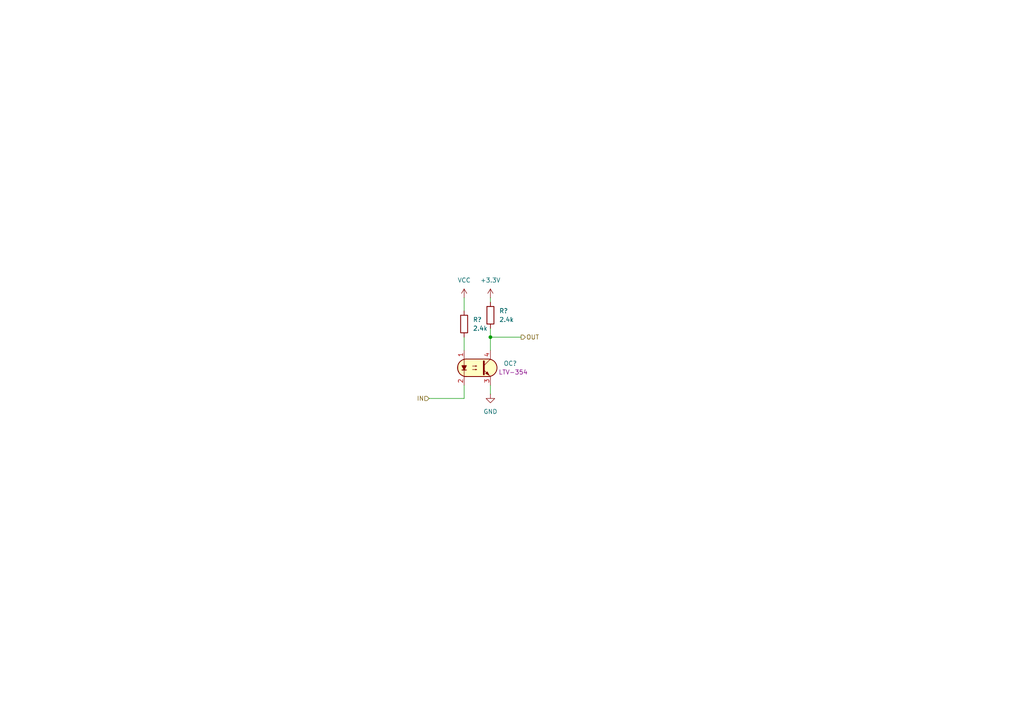
<source format=kicad_sch>
(kicad_sch
	(version 20250114)
	(generator "eeschema")
	(generator_version "9.0")
	(uuid "e17328de-3c60-4e8f-9f9b-3bd1344a1139")
	(paper "A4")
	(lib_symbols
		(symbol "Optocoupler_AKL:FOD817S"
			(pin_names
				(offset 1.016)
			)
			(exclude_from_sim no)
			(in_bom yes)
			(on_board yes)
			(property "Reference" "OC"
				(at 6.35 1.27 0)
				(effects
					(font
						(size 1.27 1.27)
					)
					(justify left)
				)
			)
			(property "Value" "FOD817S"
				(at 6.35 -1.27 0)
				(effects
					(font
						(size 1.27 1.27)
					)
					(justify left)
				)
			)
			(property "Footprint" "Package_DIP_AKL:SMDIP-4_W9.53mm"
				(at -5.08 -5.08 0)
				(effects
					(font
						(size 1.27 1.27)
						(italic yes)
					)
					(justify left)
					(hide yes)
				)
			)
			(property "Datasheet" "https://www.tme.eu/Document/3a0358906a5fcb3aa253d025de809a1d/FOD814300W.PDF"
				(at 0 0 0)
				(effects
					(font
						(size 1.27 1.27)
					)
					(justify left)
					(hide yes)
				)
			)
			(property "Description" "SMDIP-4 Optocoupler, Transistor output, 5kV, 8us, Alternate KiCAD Library"
				(at 0 0 0)
				(effects
					(font
						(size 1.27 1.27)
					)
					(hide yes)
				)
			)
			(property "ki_keywords" "NPN Optocoupler transistor output bidirectional input FOD817"
				(at 0 0 0)
				(effects
					(font
						(size 1.27 1.27)
					)
					(hide yes)
				)
			)
			(property "ki_fp_filters" "DIP*W7.62mm*"
				(at 0 0 0)
				(effects
					(font
						(size 1.27 1.27)
					)
					(hide yes)
				)
			)
			(symbol "FOD817S_0_1"
				(polyline
					(pts
						(xy -4.445 -0.635) (xy -3.175 -0.635)
					)
					(stroke
						(width 0.254)
						(type default)
					)
					(fill
						(type none)
					)
				)
				(polyline
					(pts
						(xy -3.81 -0.635) (xy -4.445 0.635) (xy -3.175 0.635) (xy -3.81 -0.635)
					)
					(stroke
						(width 0.254)
						(type default)
					)
					(fill
						(type outline)
					)
				)
				(polyline
					(pts
						(xy -3.81 -2.54) (xy -3.81 -1.27) (xy -3.81 2.54)
					)
					(stroke
						(width 0.1524)
						(type default)
					)
					(fill
						(type none)
					)
				)
				(polyline
					(pts
						(xy -3.175 2.54) (xy 3.175 2.54)
					)
					(stroke
						(width 0.254)
						(type default)
					)
					(fill
						(type none)
					)
				)
				(arc
					(start -3.1975 -2.54)
					(mid -5.7151 0)
					(end -3.1975 2.54)
					(stroke
						(width 0.254)
						(type default)
					)
					(fill
						(type none)
					)
				)
				(polyline
					(pts
						(xy -2.54 2.54) (xy 3.429 2.54) (xy 4.318 2.286) (xy 4.699 2.032) (xy 5.08 1.651) (xy 5.461 1.016)
						(xy 5.715 0.381) (xy 5.715 -0.381) (xy 5.461 -1.143) (xy 4.826 -1.905) (xy 4.191 -2.286) (xy 3.302 -2.54)
						(xy -3.81 -2.54) (xy -3.81 -2.54) (xy -4.572 -2.032) (xy -5.08 -1.778) (xy -5.588 -0.508) (xy -5.588 0.254)
						(xy -5.588 1.016) (xy -5.08 1.778) (xy -4.318 2.286) (xy -3.556 2.54) (xy -2.54 2.54)
					)
					(stroke
						(width 0.01)
						(type default)
					)
					(fill
						(type background)
					)
				)
				(polyline
					(pts
						(xy -1.397 0.508) (xy -0.127 0.508) (xy -0.508 0.381) (xy -0.508 0.635) (xy -0.127 0.508)
					)
					(stroke
						(width 0)
						(type default)
					)
					(fill
						(type none)
					)
				)
				(polyline
					(pts
						(xy -1.397 -0.508) (xy -0.127 -0.508) (xy -0.508 -0.635) (xy -0.508 -0.381) (xy -0.127 -0.508)
					)
					(stroke
						(width 0)
						(type default)
					)
					(fill
						(type none)
					)
				)
				(polyline
					(pts
						(xy 1.905 1.905) (xy 1.905 -1.905) (xy 1.905 -1.905)
					)
					(stroke
						(width 0.508)
						(type default)
					)
					(fill
						(type none)
					)
				)
				(polyline
					(pts
						(xy 1.905 0.635) (xy 3.81 2.54)
					)
					(stroke
						(width 0)
						(type default)
					)
					(fill
						(type none)
					)
				)
				(polyline
					(pts
						(xy 2.413 -1.651) (xy 2.921 -1.143) (xy 3.429 -2.159) (xy 2.413 -1.651) (xy 2.413 -1.651)
					)
					(stroke
						(width 0)
						(type default)
					)
					(fill
						(type outline)
					)
				)
				(arc
					(start 3.1975 2.54)
					(mid 5.7151 0)
					(end 3.1975 -2.54)
					(stroke
						(width 0.254)
						(type default)
					)
					(fill
						(type none)
					)
				)
				(polyline
					(pts
						(xy 3.175 -2.54) (xy -3.175 -2.54)
					)
					(stroke
						(width 0.254)
						(type default)
					)
					(fill
						(type none)
					)
				)
				(polyline
					(pts
						(xy 3.81 -2.54) (xy 1.905 -0.635)
					)
					(stroke
						(width 0)
						(type default)
					)
					(fill
						(type outline)
					)
				)
			)
			(symbol "FOD817S_1_1"
				(pin passive line
					(at -3.81 5.08 270)
					(length 2.54)
					(name "~"
						(effects
							(font
								(size 1.27 1.27)
							)
						)
					)
					(number "1"
						(effects
							(font
								(size 1.27 1.27)
							)
						)
					)
				)
				(pin passive line
					(at -3.81 -5.08 90)
					(length 2.54)
					(name "~"
						(effects
							(font
								(size 1.27 1.27)
							)
						)
					)
					(number "2"
						(effects
							(font
								(size 1.27 1.27)
							)
						)
					)
				)
				(pin passive line
					(at 3.81 5.08 270)
					(length 2.54)
					(name "~"
						(effects
							(font
								(size 1.27 1.27)
							)
						)
					)
					(number "4"
						(effects
							(font
								(size 1.27 1.27)
							)
						)
					)
				)
				(pin passive line
					(at 3.81 -5.08 90)
					(length 2.54)
					(name "~"
						(effects
							(font
								(size 1.27 1.27)
							)
						)
					)
					(number "3"
						(effects
							(font
								(size 1.27 1.27)
							)
						)
					)
				)
			)
			(embedded_fonts no)
		)
		(symbol "Resistor_AKL:R_0603"
			(pin_numbers
				(hide yes)
			)
			(pin_names
				(offset 0)
			)
			(exclude_from_sim no)
			(in_bom yes)
			(on_board yes)
			(property "Reference" "R"
				(at 2.54 1.27 0)
				(effects
					(font
						(size 1.27 1.27)
					)
					(justify left)
				)
			)
			(property "Value" "R_0603"
				(at 2.54 -1.27 0)
				(effects
					(font
						(size 1.27 1.27)
					)
					(justify left)
				)
			)
			(property "Footprint" "Resistor_SMD_AKL:R_0603_1608Metric"
				(at 0 -11.43 0)
				(effects
					(font
						(size 1.27 1.27)
					)
					(hide yes)
				)
			)
			(property "Datasheet" "~"
				(at 0 0 0)
				(effects
					(font
						(size 1.27 1.27)
					)
					(hide yes)
				)
			)
			(property "Description" "SMD 0603 Chip Resistor, European Symbol, Alternate KiCad Library"
				(at 0 0 0)
				(effects
					(font
						(size 1.27 1.27)
					)
					(hide yes)
				)
			)
			(property "ki_keywords" "R res resistor eu SMD 0603"
				(at 0 0 0)
				(effects
					(font
						(size 1.27 1.27)
					)
					(hide yes)
				)
			)
			(property "ki_fp_filters" "R_*"
				(at 0 0 0)
				(effects
					(font
						(size 1.27 1.27)
					)
					(hide yes)
				)
			)
			(symbol "R_0603_0_1"
				(rectangle
					(start -1.016 2.54)
					(end 1.016 -2.54)
					(stroke
						(width 0.254)
						(type default)
					)
					(fill
						(type none)
					)
				)
			)
			(symbol "R_0603_0_2"
				(polyline
					(pts
						(xy -2.54 -2.54) (xy -1.524 -1.524)
					)
					(stroke
						(width 0)
						(type default)
					)
					(fill
						(type none)
					)
				)
				(polyline
					(pts
						(xy 1.524 1.524) (xy 2.54 2.54)
					)
					(stroke
						(width 0)
						(type default)
					)
					(fill
						(type none)
					)
				)
				(polyline
					(pts
						(xy 1.524 1.524) (xy 0.889 2.159) (xy -2.159 -0.889) (xy -0.889 -2.159) (xy 2.159 0.889) (xy 1.524 1.524)
					)
					(stroke
						(width 0.254)
						(type default)
					)
					(fill
						(type none)
					)
				)
			)
			(symbol "R_0603_1_1"
				(pin passive line
					(at 0 3.81 270)
					(length 1.27)
					(name "~"
						(effects
							(font
								(size 1.27 1.27)
							)
						)
					)
					(number "1"
						(effects
							(font
								(size 1.27 1.27)
							)
						)
					)
				)
				(pin passive line
					(at 0 -3.81 90)
					(length 1.27)
					(name "~"
						(effects
							(font
								(size 1.27 1.27)
							)
						)
					)
					(number "2"
						(effects
							(font
								(size 1.27 1.27)
							)
						)
					)
				)
			)
			(symbol "R_0603_1_2"
				(pin passive line
					(at -2.54 -2.54 0)
					(length 0)
					(name ""
						(effects
							(font
								(size 1.27 1.27)
							)
						)
					)
					(number "2"
						(effects
							(font
								(size 1.27 1.27)
							)
						)
					)
				)
				(pin passive line
					(at 2.54 2.54 180)
					(length 0)
					(name ""
						(effects
							(font
								(size 1.27 1.27)
							)
						)
					)
					(number "1"
						(effects
							(font
								(size 1.27 1.27)
							)
						)
					)
				)
			)
			(embedded_fonts no)
		)
		(symbol "power:+3.3V"
			(power)
			(pin_numbers
				(hide yes)
			)
			(pin_names
				(offset 0)
				(hide yes)
			)
			(exclude_from_sim no)
			(in_bom yes)
			(on_board yes)
			(property "Reference" "#PWR"
				(at 0 -3.81 0)
				(effects
					(font
						(size 1.27 1.27)
					)
					(hide yes)
				)
			)
			(property "Value" "+3.3V"
				(at 0 3.556 0)
				(effects
					(font
						(size 1.27 1.27)
					)
				)
			)
			(property "Footprint" ""
				(at 0 0 0)
				(effects
					(font
						(size 1.27 1.27)
					)
					(hide yes)
				)
			)
			(property "Datasheet" ""
				(at 0 0 0)
				(effects
					(font
						(size 1.27 1.27)
					)
					(hide yes)
				)
			)
			(property "Description" "Power symbol creates a global label with name \"+3.3V\""
				(at 0 0 0)
				(effects
					(font
						(size 1.27 1.27)
					)
					(hide yes)
				)
			)
			(property "ki_keywords" "global power"
				(at 0 0 0)
				(effects
					(font
						(size 1.27 1.27)
					)
					(hide yes)
				)
			)
			(symbol "+3.3V_0_1"
				(polyline
					(pts
						(xy -0.762 1.27) (xy 0 2.54)
					)
					(stroke
						(width 0)
						(type default)
					)
					(fill
						(type none)
					)
				)
				(polyline
					(pts
						(xy 0 2.54) (xy 0.762 1.27)
					)
					(stroke
						(width 0)
						(type default)
					)
					(fill
						(type none)
					)
				)
				(polyline
					(pts
						(xy 0 0) (xy 0 2.54)
					)
					(stroke
						(width 0)
						(type default)
					)
					(fill
						(type none)
					)
				)
			)
			(symbol "+3.3V_1_1"
				(pin power_in line
					(at 0 0 90)
					(length 0)
					(name "~"
						(effects
							(font
								(size 1.27 1.27)
							)
						)
					)
					(number "1"
						(effects
							(font
								(size 1.27 1.27)
							)
						)
					)
				)
			)
			(embedded_fonts no)
		)
		(symbol "power:GND"
			(power)
			(pin_numbers
				(hide yes)
			)
			(pin_names
				(offset 0)
				(hide yes)
			)
			(exclude_from_sim no)
			(in_bom yes)
			(on_board yes)
			(property "Reference" "#PWR"
				(at 0 -6.35 0)
				(effects
					(font
						(size 1.27 1.27)
					)
					(hide yes)
				)
			)
			(property "Value" "GND"
				(at 0 -3.81 0)
				(effects
					(font
						(size 1.27 1.27)
					)
				)
			)
			(property "Footprint" ""
				(at 0 0 0)
				(effects
					(font
						(size 1.27 1.27)
					)
					(hide yes)
				)
			)
			(property "Datasheet" ""
				(at 0 0 0)
				(effects
					(font
						(size 1.27 1.27)
					)
					(hide yes)
				)
			)
			(property "Description" "Power symbol creates a global label with name \"GND\" , ground"
				(at 0 0 0)
				(effects
					(font
						(size 1.27 1.27)
					)
					(hide yes)
				)
			)
			(property "ki_keywords" "global power"
				(at 0 0 0)
				(effects
					(font
						(size 1.27 1.27)
					)
					(hide yes)
				)
			)
			(symbol "GND_0_1"
				(polyline
					(pts
						(xy 0 0) (xy 0 -1.27) (xy 1.27 -1.27) (xy 0 -2.54) (xy -1.27 -1.27) (xy 0 -1.27)
					)
					(stroke
						(width 0)
						(type default)
					)
					(fill
						(type none)
					)
				)
			)
			(symbol "GND_1_1"
				(pin power_in line
					(at 0 0 270)
					(length 0)
					(name "~"
						(effects
							(font
								(size 1.27 1.27)
							)
						)
					)
					(number "1"
						(effects
							(font
								(size 1.27 1.27)
							)
						)
					)
				)
			)
			(embedded_fonts no)
		)
		(symbol "power:VCC"
			(power)
			(pin_numbers
				(hide yes)
			)
			(pin_names
				(offset 0)
				(hide yes)
			)
			(exclude_from_sim no)
			(in_bom yes)
			(on_board yes)
			(property "Reference" "#PWR"
				(at 0 -3.81 0)
				(effects
					(font
						(size 1.27 1.27)
					)
					(hide yes)
				)
			)
			(property "Value" "VCC"
				(at 0 3.556 0)
				(effects
					(font
						(size 1.27 1.27)
					)
				)
			)
			(property "Footprint" ""
				(at 0 0 0)
				(effects
					(font
						(size 1.27 1.27)
					)
					(hide yes)
				)
			)
			(property "Datasheet" ""
				(at 0 0 0)
				(effects
					(font
						(size 1.27 1.27)
					)
					(hide yes)
				)
			)
			(property "Description" "Power symbol creates a global label with name \"VCC\""
				(at 0 0 0)
				(effects
					(font
						(size 1.27 1.27)
					)
					(hide yes)
				)
			)
			(property "ki_keywords" "global power"
				(at 0 0 0)
				(effects
					(font
						(size 1.27 1.27)
					)
					(hide yes)
				)
			)
			(symbol "VCC_0_1"
				(polyline
					(pts
						(xy -0.762 1.27) (xy 0 2.54)
					)
					(stroke
						(width 0)
						(type default)
					)
					(fill
						(type none)
					)
				)
				(polyline
					(pts
						(xy 0 2.54) (xy 0.762 1.27)
					)
					(stroke
						(width 0)
						(type default)
					)
					(fill
						(type none)
					)
				)
				(polyline
					(pts
						(xy 0 0) (xy 0 2.54)
					)
					(stroke
						(width 0)
						(type default)
					)
					(fill
						(type none)
					)
				)
			)
			(symbol "VCC_1_1"
				(pin power_in line
					(at 0 0 90)
					(length 0)
					(name "~"
						(effects
							(font
								(size 1.27 1.27)
							)
						)
					)
					(number "1"
						(effects
							(font
								(size 1.27 1.27)
							)
						)
					)
				)
			)
			(embedded_fonts no)
		)
	)
	(junction
		(at 142.24 97.79)
		(diameter 0)
		(color 0 0 0 0)
		(uuid "3857f97a-189d-4e75-a4b4-029611e72cec")
	)
	(wire
		(pts
			(xy 134.62 97.79) (xy 134.62 101.6)
		)
		(stroke
			(width 0)
			(type default)
		)
		(uuid "134628dd-c67e-45f1-8197-de94d39fcd1b")
	)
	(wire
		(pts
			(xy 142.24 111.76) (xy 142.24 114.3)
		)
		(stroke
			(width 0)
			(type default)
		)
		(uuid "1544f401-9057-4905-abeb-11690bf2bf8b")
	)
	(wire
		(pts
			(xy 142.24 97.79) (xy 151.13 97.79)
		)
		(stroke
			(width 0)
			(type default)
		)
		(uuid "300e4e5c-b222-47ff-b297-3aad5589d26e")
	)
	(wire
		(pts
			(xy 134.62 86.36) (xy 134.62 90.17)
		)
		(stroke
			(width 0)
			(type default)
		)
		(uuid "4e0d71e3-10bf-4fa7-8314-91e9868e7c80")
	)
	(wire
		(pts
			(xy 142.24 86.36) (xy 142.24 87.63)
		)
		(stroke
			(width 0)
			(type default)
		)
		(uuid "7a952b0e-1016-4c93-9661-af019e396c08")
	)
	(wire
		(pts
			(xy 124.46 115.57) (xy 134.62 115.57)
		)
		(stroke
			(width 0)
			(type default)
		)
		(uuid "82ba09c5-8e94-462f-9ee2-1682e764c034")
	)
	(wire
		(pts
			(xy 134.62 115.57) (xy 134.62 111.76)
		)
		(stroke
			(width 0)
			(type default)
		)
		(uuid "84b84a97-c4e5-4b2e-ba03-173098a361f6")
	)
	(wire
		(pts
			(xy 142.24 97.79) (xy 142.24 101.6)
		)
		(stroke
			(width 0)
			(type default)
		)
		(uuid "918ec72d-48ee-431b-bcb7-aa1187f16580")
	)
	(wire
		(pts
			(xy 142.24 95.25) (xy 142.24 97.79)
		)
		(stroke
			(width 0)
			(type default)
		)
		(uuid "d90a44a1-5ba5-4df7-9650-ee3c49a24465")
	)
	(hierarchical_label "IN"
		(shape input)
		(at 124.46 115.57 180)
		(effects
			(font
				(size 1.27 1.27)
			)
			(justify right)
		)
		(uuid "131a7961-3edb-43f0-94ae-5ac8341338b0")
	)
	(hierarchical_label "OUT"
		(shape output)
		(at 151.13 97.79 0)
		(effects
			(font
				(size 1.27 1.27)
			)
			(justify left)
		)
		(uuid "182729ab-dd99-4075-89ce-cf5d0fdea939")
	)
	(symbol
		(lib_id "power:GND")
		(at 142.24 114.3 0)
		(unit 1)
		(exclude_from_sim no)
		(in_bom yes)
		(on_board yes)
		(dnp no)
		(fields_autoplaced yes)
		(uuid "0f1418c1-5071-44ce-a39f-d0f0549f52b5")
		(property "Reference" "#PWR?"
			(at 142.24 120.65 0)
			(effects
				(font
					(size 1.27 1.27)
				)
				(hide yes)
			)
		)
		(property "Value" "GND"
			(at 142.24 119.38 0)
			(effects
				(font
					(size 1.27 1.27)
				)
			)
		)
		(property "Footprint" ""
			(at 142.24 114.3 0)
			(effects
				(font
					(size 1.27 1.27)
				)
				(hide yes)
			)
		)
		(property "Datasheet" ""
			(at 142.24 114.3 0)
			(effects
				(font
					(size 1.27 1.27)
				)
				(hide yes)
			)
		)
		(property "Description" "Power symbol creates a global label with name \"GND\" , ground"
			(at 142.24 114.3 0)
			(effects
				(font
					(size 1.27 1.27)
				)
				(hide yes)
			)
		)
		(pin "1"
			(uuid "0adc5c66-4bc6-4aa5-ad55-0b11d0a03f8f")
		)
		(instances
			(project "PLC4UNI Richard"
				(path "/e17328de-3c60-4e8f-9f9b-3bd1344a1139"
					(reference "#PWR?")
					(unit 1)
				)
			)
		)
	)
	(symbol
		(lib_id "Resistor_AKL:R_0603")
		(at 134.62 93.98 180)
		(unit 1)
		(exclude_from_sim no)
		(in_bom yes)
		(on_board yes)
		(dnp no)
		(fields_autoplaced yes)
		(uuid "59602bcc-fc12-4c32-9d4d-b73245ec4f87")
		(property "Reference" "R?"
			(at 137.16 92.7099 0)
			(effects
				(font
					(size 1.27 1.27)
				)
				(justify right)
			)
		)
		(property "Value" "2.4k"
			(at 137.16 95.2499 0)
			(effects
				(font
					(size 1.27 1.27)
				)
				(justify right)
			)
		)
		(property "Footprint" "Resistor_SMD_AKL:R_0603_1608Metric"
			(at 134.62 82.55 0)
			(effects
				(font
					(size 1.27 1.27)
				)
				(hide yes)
			)
		)
		(property "Datasheet" "~"
			(at 134.62 93.98 0)
			(effects
				(font
					(size 1.27 1.27)
				)
				(hide yes)
			)
		)
		(property "Description" "SMD 0603 Chip Resistor, European Symbol, Alternate KiCad Library"
			(at 134.62 93.98 0)
			(effects
				(font
					(size 1.27 1.27)
				)
				(hide yes)
			)
		)
		(pin "2"
			(uuid "891d8511-a4df-4493-8118-184c99c480ef")
		)
		(pin "1"
			(uuid "2d648c0d-1fe5-4069-b3e5-af725620e2a0")
		)
		(instances
			(project "PLC4UNI Richard"
				(path "/e17328de-3c60-4e8f-9f9b-3bd1344a1139"
					(reference "R?")
					(unit 1)
				)
			)
		)
	)
	(symbol
		(lib_id "Optocoupler_AKL:FOD817S")
		(at 138.43 106.68 0)
		(unit 1)
		(exclude_from_sim no)
		(in_bom yes)
		(on_board yes)
		(dnp no)
		(uuid "6f2ff969-5776-4e9d-8a38-82b9cb7c0549")
		(property "Reference" "OC?"
			(at 146.05 105.4099 0)
			(effects
				(font
					(size 1.27 1.27)
				)
				(justify left)
			)
		)
		(property "Value" "FOD817S"
			(at 146.05 107.9499 0)
			(effects
				(font
					(size 1.27 1.27)
				)
				(justify left)
				(hide yes)
			)
		)
		(property "Footprint" "Package_DIP_AKL:SMDIP-4_W9.53mm"
			(at 133.35 111.76 0)
			(effects
				(font
					(size 1.27 1.27)
					(italic yes)
				)
				(justify left)
				(hide yes)
			)
		)
		(property "Datasheet" "https://www.tme.eu/Document/3a0358906a5fcb3aa253d025de809a1d/FOD814300W.PDF"
			(at 138.43 106.68 0)
			(effects
				(font
					(size 1.27 1.27)
				)
				(justify left)
				(hide yes)
			)
		)
		(property "Description" "SMDIP-4 Optocoupler, Transistor output, 5kV, 8us, Alternate KiCAD Library"
			(at 138.43 106.68 0)
			(effects
				(font
					(size 1.27 1.27)
				)
				(hide yes)
			)
		)
		(property "Part Number" "LTV-354"
			(at 148.844 107.95 0)
			(effects
				(font
					(size 1.27 1.27)
				)
			)
		)
		(pin "3"
			(uuid "f155fcd9-9ef2-41a4-8e7e-70651c41abbf")
		)
		(pin "4"
			(uuid "79632b02-c732-434d-b8ad-b83108a60cd7")
		)
		(pin "2"
			(uuid "6dccd1d0-5a07-47fd-a30b-6e43a5937ffa")
		)
		(pin "1"
			(uuid "1efb85ca-0824-46f5-8c0d-017481edb46d")
		)
		(instances
			(project "PLC4UNI Richard"
				(path "/e17328de-3c60-4e8f-9f9b-3bd1344a1139"
					(reference "OC?")
					(unit 1)
				)
			)
		)
	)
	(symbol
		(lib_id "power:+3.3V")
		(at 142.24 86.36 0)
		(unit 1)
		(exclude_from_sim no)
		(in_bom yes)
		(on_board yes)
		(dnp no)
		(fields_autoplaced yes)
		(uuid "782d3b6d-9de2-4906-abcf-e88b21b6cee2")
		(property "Reference" "#PWR?"
			(at 142.24 90.17 0)
			(effects
				(font
					(size 1.27 1.27)
				)
				(hide yes)
			)
		)
		(property "Value" "+3.3V"
			(at 142.24 81.28 0)
			(effects
				(font
					(size 1.27 1.27)
				)
			)
		)
		(property "Footprint" ""
			(at 142.24 86.36 0)
			(effects
				(font
					(size 1.27 1.27)
				)
				(hide yes)
			)
		)
		(property "Datasheet" ""
			(at 142.24 86.36 0)
			(effects
				(font
					(size 1.27 1.27)
				)
				(hide yes)
			)
		)
		(property "Description" "Power symbol creates a global label with name \"+3.3V\""
			(at 142.24 86.36 0)
			(effects
				(font
					(size 1.27 1.27)
				)
				(hide yes)
			)
		)
		(pin "1"
			(uuid "63de189c-3393-4161-91ed-e8f9d2e891e1")
		)
		(instances
			(project "PLC4UNI Richard"
				(path "/e17328de-3c60-4e8f-9f9b-3bd1344a1139"
					(reference "#PWR?")
					(unit 1)
				)
			)
		)
	)
	(symbol
		(lib_id "Resistor_AKL:R_0603")
		(at 142.24 91.44 180)
		(unit 1)
		(exclude_from_sim no)
		(in_bom yes)
		(on_board yes)
		(dnp no)
		(fields_autoplaced yes)
		(uuid "9966f8c1-80f0-4330-a034-55edb5795042")
		(property "Reference" "R?"
			(at 144.78 90.1699 0)
			(effects
				(font
					(size 1.27 1.27)
				)
				(justify right)
			)
		)
		(property "Value" "2.4k"
			(at 144.78 92.7099 0)
			(effects
				(font
					(size 1.27 1.27)
				)
				(justify right)
			)
		)
		(property "Footprint" "Resistor_SMD_AKL:R_0603_1608Metric"
			(at 142.24 80.01 0)
			(effects
				(font
					(size 1.27 1.27)
				)
				(hide yes)
			)
		)
		(property "Datasheet" "~"
			(at 142.24 91.44 0)
			(effects
				(font
					(size 1.27 1.27)
				)
				(hide yes)
			)
		)
		(property "Description" "SMD 0603 Chip Resistor, European Symbol, Alternate KiCad Library"
			(at 142.24 91.44 0)
			(effects
				(font
					(size 1.27 1.27)
				)
				(hide yes)
			)
		)
		(pin "2"
			(uuid "7fb56403-794b-483d-9039-07731a9a371e")
		)
		(pin "1"
			(uuid "144bdc75-29d9-41e1-94a3-010248c6de16")
		)
		(instances
			(project "PLC4UNI Richard"
				(path "/e17328de-3c60-4e8f-9f9b-3bd1344a1139"
					(reference "R?")
					(unit 1)
				)
			)
		)
	)
	(symbol
		(lib_id "power:VCC")
		(at 134.62 86.36 0)
		(unit 1)
		(exclude_from_sim no)
		(in_bom yes)
		(on_board yes)
		(dnp no)
		(fields_autoplaced yes)
		(uuid "b09cd9cb-4d2a-4c57-b809-399f540e58b3")
		(property "Reference" "#PWR?"
			(at 134.62 90.17 0)
			(effects
				(font
					(size 1.27 1.27)
				)
				(hide yes)
			)
		)
		(property "Value" "VCC"
			(at 134.62 81.28 0)
			(effects
				(font
					(size 1.27 1.27)
				)
			)
		)
		(property "Footprint" ""
			(at 134.62 86.36 0)
			(effects
				(font
					(size 1.27 1.27)
				)
				(hide yes)
			)
		)
		(property "Datasheet" ""
			(at 134.62 86.36 0)
			(effects
				(font
					(size 1.27 1.27)
				)
				(hide yes)
			)
		)
		(property "Description" "Power symbol creates a global label with name \"VCC\""
			(at 134.62 86.36 0)
			(effects
				(font
					(size 1.27 1.27)
				)
				(hide yes)
			)
		)
		(pin "1"
			(uuid "6c284df8-a872-4960-9661-d73f5f8fc391")
		)
		(instances
			(project "PLC4UNI Richard"
				(path "/e17328de-3c60-4e8f-9f9b-3bd1344a1139"
					(reference "#PWR?")
					(unit 1)
				)
			)
		)
	)
	(sheet_instances
		(path "/"
			(page "1")
		)
	)
	(embedded_fonts no)
)

</source>
